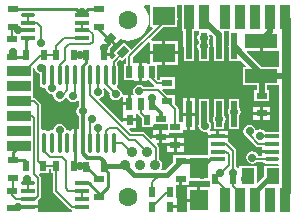
<source format=gtl>
G04*
G04 #@! TF.GenerationSoftware,Altium Limited,Altium Designer,18.0.12 (696)*
G04*
G04 Layer_Physical_Order=1*
G04 Layer_Color=255*
%FSAX24Y24*%
%MOIN*%
G70*
G01*
G75*
%ADD12C,0.0197*%
%ADD34R,0.0354X0.0787*%
%ADD35R,0.0787X0.0354*%
%ADD36R,0.0433X0.0551*%
%ADD37R,0.0236X0.0354*%
%ADD38R,0.0354X0.0236*%
G04:AMPARAMS|DCode=39|XSize=47.2mil|YSize=15.7mil|CornerRadius=5.5mil|HoleSize=0mil|Usage=FLASHONLY|Rotation=0.000|XOffset=0mil|YOffset=0mil|HoleType=Round|Shape=RoundedRectangle|*
%AMROUNDEDRECTD39*
21,1,0.0472,0.0047,0,0,0.0*
21,1,0.0362,0.0157,0,0,0.0*
1,1,0.0110,0.0181,-0.0024*
1,1,0.0110,-0.0181,-0.0024*
1,1,0.0110,-0.0181,0.0024*
1,1,0.0110,0.0181,0.0024*
%
%ADD39ROUNDEDRECTD39*%
%ADD40R,0.0472X0.0157*%
%ADD41R,0.0591X0.0709*%
%ADD42R,0.0197X0.0866*%
%ADD43R,0.1929X0.1161*%
%ADD44R,0.0236X0.0394*%
%ADD45R,0.0748X0.0610*%
%ADD46R,0.1063X0.0453*%
%ADD47O,0.0138X0.0709*%
G04:AMPARAMS|DCode=48|XSize=23.6mil|YSize=35.4mil|CornerRadius=0mil|HoleSize=0mil|Usage=FLASHONLY|Rotation=135.000|XOffset=0mil|YOffset=0mil|HoleType=Round|Shape=Rectangle|*
%AMROTATEDRECTD48*
4,1,4,0.0209,0.0042,-0.0042,-0.0209,-0.0209,-0.0042,0.0042,0.0209,0.0209,0.0042,0.0*
%
%ADD48ROTATEDRECTD48*%

%ADD49C,0.0100*%
%ADD50C,0.0070*%
%ADD51C,0.0138*%
%ADD52C,0.0150*%
%ADD53C,0.0300*%
%ADD54C,0.0354*%
%ADD55C,0.0276*%
%ADD56C,0.0630*%
%ADD57C,0.0157*%
G36*
X016690Y018074D02*
X016755D01*
X016774Y018028D01*
X016060Y017313D01*
X015813Y017560D01*
X015464Y017210D01*
X015531Y017143D01*
X015406Y017018D01*
X015356Y017039D01*
Y017090D01*
X015138D01*
Y017190D01*
X015356D01*
Y017363D01*
X015473Y017480D01*
X015319Y017634D01*
X015389Y017705D01*
X015544Y017551D01*
X015666Y017673D01*
X015679Y017666D01*
X015809Y017626D01*
X015945Y017613D01*
X016080Y017626D01*
X016211Y017666D01*
X016331Y017730D01*
X016436Y017816D01*
X016522Y017921D01*
X016586Y018041D01*
X016626Y018172D01*
X016639Y018307D01*
X016626Y018443D01*
X016586Y018573D01*
X016522Y018693D01*
X016475Y018750D01*
X016497Y018795D01*
X016690D01*
Y018074D01*
D02*
G37*
G36*
X017739Y017938D02*
X017789D01*
Y017431D01*
X017792Y017415D01*
Y016928D01*
X018129D01*
Y017415D01*
X018132Y017431D01*
Y017938D01*
X018233D01*
Y017938D01*
X018239Y017938D01*
X018288Y017935D01*
X018292Y017934D01*
Y017847D01*
X018263Y017804D01*
X018247Y017722D01*
X018263Y017641D01*
X018292Y017598D01*
Y017553D01*
X018265Y017512D01*
X018249Y017431D01*
X018265Y017350D01*
X018292Y017309D01*
Y016928D01*
X018629D01*
Y017309D01*
X018656Y017350D01*
X018672Y017431D01*
X018656Y017512D01*
X018629Y017553D01*
Y017603D01*
X018654Y017641D01*
X018671Y017722D01*
X018656Y017794D01*
X018685Y017817D01*
X018698Y017823D01*
X018789Y017732D01*
Y017431D01*
X018792Y017415D01*
Y016928D01*
X019129D01*
Y017415D01*
X019132Y017431D01*
Y017803D01*
X019129Y017820D01*
Y017934D01*
X019177Y017940D01*
X019245D01*
X019292Y017934D01*
Y017448D01*
X019289Y017431D01*
X019292Y017415D01*
Y016928D01*
X019629D01*
Y016954D01*
X019675Y016974D01*
X019873Y016776D01*
X019854Y016729D01*
X019784D01*
Y016137D01*
X020228D01*
Y015974D01*
X020152D01*
Y015597D01*
X020647D01*
Y015974D01*
X020571D01*
Y016137D01*
X020982D01*
Y014582D01*
X020508D01*
X020497Y014598D01*
X020429Y014644D01*
X020348Y014660D01*
X020267Y014644D01*
X020242Y014628D01*
X020196Y014647D01*
X020190Y014678D01*
X020144Y014746D01*
X020075Y014792D01*
X019994Y014808D01*
X019913Y014792D01*
X019844Y014746D01*
X019798Y014678D01*
X019782Y014596D01*
X019798Y014515D01*
X019844Y014447D01*
X019901Y014409D01*
X019918Y014383D01*
X020200Y014101D01*
X020200Y014101D01*
X020235Y014078D01*
X020276Y014070D01*
X020396D01*
Y013971D01*
X020732D01*
Y013871D01*
X020396D01*
Y013772D01*
X020292D01*
X020286Y013802D01*
X020240Y013870D01*
X020172Y013916D01*
X020091Y013932D01*
X020009Y013916D01*
X019941Y013870D01*
X019895Y013802D01*
X019879Y013720D01*
X019895Y013639D01*
X019941Y013571D01*
X020009Y013525D01*
X020091Y013509D01*
X020172Y013525D01*
X020222Y013558D01*
X020456D01*
X020461Y013552D01*
X020502Y013524D01*
X020551Y013514D01*
X020913D01*
X020928Y013517D01*
X020965Y013484D01*
X020951Y013442D01*
X020483D01*
Y013094D01*
X020276Y012887D01*
X020229Y012906D01*
Y013442D01*
X019656D01*
Y013371D01*
X019606Y013356D01*
X019605Y013358D01*
X019554Y013392D01*
Y013955D01*
X019546Y013996D01*
X019523Y014030D01*
X019300Y014253D01*
X019265Y014276D01*
X019265Y014276D01*
Y014383D01*
X018929D01*
X018593D01*
Y014254D01*
X018623D01*
Y013798D01*
X017940D01*
Y013792D01*
X017446D01*
Y013566D01*
X017176Y013296D01*
X017070D01*
X017047Y013340D01*
X017069Y013374D01*
X017089Y013470D01*
X017069Y013567D01*
X017015Y013649D01*
X016976Y013675D01*
Y014037D01*
X016976Y014037D01*
X016968Y014078D01*
X016944Y014112D01*
X016900Y014157D01*
X016919Y014203D01*
X016991D01*
Y014371D01*
X016764D01*
Y014358D01*
X016718Y014339D01*
X016513Y014544D01*
X016478Y014567D01*
X016437Y014576D01*
X016061D01*
X015982Y014655D01*
X016001Y014701D01*
X016214D01*
Y014928D01*
X015996D01*
X015778D01*
Y014924D01*
X015732Y014905D01*
X014984Y015653D01*
X014998Y015701D01*
X015022Y015706D01*
X015091Y015752D01*
X015137Y015820D01*
X015153Y015902D01*
X015137Y015983D01*
X015124Y016002D01*
X015136Y016024D01*
X015157Y016043D01*
X015183Y016037D01*
X015334Y015887D01*
X015324Y015837D01*
X015340Y015756D01*
X015386Y015687D01*
X015454Y015641D01*
X015535Y015625D01*
X015617Y015641D01*
X015685Y015687D01*
X015720Y015739D01*
X015770Y015724D01*
Y015556D01*
X015938D01*
Y015803D01*
X015792D01*
X015752Y015833D01*
X015746Y015843D01*
X015731Y015918D01*
X015685Y015986D01*
X015617Y016032D01*
X015589Y016038D01*
X015586Y016042D01*
X015570Y016092D01*
X015589Y016121D01*
X015600Y016175D01*
Y016746D01*
X015589Y016800D01*
X015566Y016836D01*
Y016875D01*
X015682Y016992D01*
X015730Y016944D01*
X015831Y017045D01*
X015881Y017025D01*
Y016836D01*
X015800D01*
Y016302D01*
X016144D01*
Y016272D01*
X016312D01*
Y016569D01*
Y016866D01*
X016144D01*
Y016866D01*
X016095Y016869D01*
Y017046D01*
X016614Y017565D01*
X016660Y017545D01*
Y017259D01*
X017084D01*
Y017614D01*
X016728D01*
X016709Y017660D01*
X017123Y018074D01*
X017578D01*
Y018251D01*
X017584Y018259D01*
X017600Y018341D01*
X017584Y018422D01*
X017578Y018430D01*
Y018795D01*
X017739D01*
Y017938D01*
D02*
G37*
G36*
X020436Y017288D02*
X020982D01*
Y016729D01*
X020405D01*
X019893Y017242D01*
X019912Y017288D01*
X020336D01*
Y017614D01*
X020436D01*
Y017288D01*
D02*
G37*
G36*
X012836Y016681D02*
X012837Y016680D01*
X012845Y016640D01*
X012891Y016572D01*
X012959Y016526D01*
X013014Y016515D01*
Y016175D01*
X013025Y016121D01*
X013055Y016075D01*
X013101Y016044D01*
X013156Y016034D01*
X013209Y015993D01*
X013216Y015959D01*
X013262Y015890D01*
X013330Y015844D01*
X013411Y015828D01*
X013452Y015785D01*
X013466Y015718D01*
X013512Y015649D01*
X013580Y015603D01*
X013661Y015587D01*
X013742Y015603D01*
X013811Y015649D01*
X013857Y015718D01*
X013857Y015718D01*
X013908D01*
X013913Y015696D01*
X013958Y015628D01*
X014027Y015582D01*
X014108Y015566D01*
X014189Y015582D01*
X014243Y015618D01*
X014293Y015597D01*
Y015422D01*
X014281Y015414D01*
X014235Y015345D01*
X014219Y015264D01*
X014235Y015183D01*
X014281Y015114D01*
X014293Y015106D01*
Y014688D01*
X014252Y014660D01*
X014243Y014661D01*
X014229Y014664D01*
Y014217D01*
X014129D01*
Y014664D01*
X014113Y014661D01*
X014057Y014624D01*
X013995Y014621D01*
X013977Y014633D01*
X013923Y014644D01*
X013870Y014684D01*
X013863Y014718D01*
X013817Y014787D01*
X013748Y014833D01*
X013667Y014849D01*
X013586Y014833D01*
X013518Y014787D01*
X013472Y014718D01*
X013465Y014684D01*
X013411Y014644D01*
X013357Y014633D01*
X013311Y014602D01*
X013308Y014598D01*
X013258D01*
X013256Y014602D01*
X013210Y014633D01*
X013156Y014644D01*
X013101Y014633D01*
X013101Y014633D01*
X013051Y014659D01*
Y015472D01*
X013043Y015512D01*
X013020Y015547D01*
X012889Y015678D01*
X012854Y015701D01*
X012813Y015709D01*
X012769D01*
Y015850D01*
X012769D01*
Y015855D01*
X012769D01*
Y016350D01*
X012769D01*
Y016355D01*
X012769D01*
Y016691D01*
X012782Y016701D01*
X012836Y016681D01*
D02*
G37*
G36*
X013369Y013190D02*
X013444D01*
Y012598D01*
X013452Y012557D01*
X013475Y012523D01*
X013985Y012013D01*
X013985Y012013D01*
X014020Y011990D01*
X014061Y011982D01*
X014067Y011976D01*
X014068Y011948D01*
X014037Y011913D01*
X012933D01*
Y012039D01*
X012596D01*
Y012139D01*
X012933D01*
Y012267D01*
X012933Y012267D01*
X012933D01*
X012933Y012267D01*
X012947Y012311D01*
X013013Y012378D01*
X013037Y012412D01*
X013045Y012453D01*
Y013039D01*
X013037Y013080D01*
X013013Y013114D01*
X012974Y013153D01*
X012993Y013200D01*
X013304D01*
Y013340D01*
X013369D01*
Y013190D01*
D02*
G37*
G36*
X017743Y012796D02*
X017970D01*
Y012950D01*
X018355D01*
X018419Y012937D01*
X018483Y012950D01*
X018668D01*
Y012782D01*
X018668Y012765D01*
X018626Y012746D01*
X018355D01*
Y012291D01*
X018305D01*
Y012241D01*
X017910D01*
Y011913D01*
X017559D01*
Y012039D01*
X017341D01*
Y012139D01*
X017559D01*
Y012366D01*
X017533D01*
Y012796D01*
X017643D01*
Y013014D01*
X017743D01*
Y012796D01*
D02*
G37*
%LPC*%
G36*
X017608Y017614D02*
X017184D01*
Y017259D01*
X017608D01*
Y017614D01*
D02*
G37*
G36*
X017084Y017159D02*
X016660D01*
Y016836D01*
X016580D01*
Y016866D01*
X016412D01*
Y016569D01*
Y016272D01*
X016580D01*
Y016302D01*
X016647D01*
X016661Y016283D01*
X016812Y016131D01*
X016809Y016113D01*
X016794Y016081D01*
X016474D01*
X016469Y016089D01*
X016400Y016135D01*
X016319Y016151D01*
X016238Y016135D01*
X016169Y016089D01*
X016123Y016020D01*
X016107Y015939D01*
X016123Y015858D01*
X016131Y015847D01*
X016107Y015803D01*
X016038D01*
Y015506D01*
X015988D01*
Y015456D01*
X015770D01*
Y015209D01*
X015778D01*
Y015028D01*
X015996D01*
X016214D01*
Y015166D01*
X016263Y015176D01*
X016286Y015141D01*
X016399Y015029D01*
Y014731D01*
X016775D01*
Y014782D01*
X016794Y014824D01*
X017276D01*
Y014639D01*
X017091D01*
Y014471D01*
X017319D01*
Y014542D01*
X017771D01*
Y014634D01*
X017911D01*
Y015117D01*
X017762D01*
Y014918D01*
X017631D01*
Y015339D01*
X017623Y015380D01*
X017599Y015414D01*
X017497Y015516D01*
Y015800D01*
X017253D01*
X017085Y015968D01*
X017104Y016015D01*
X017497D01*
Y016391D01*
X017003D01*
Y016310D01*
X016936D01*
X016924Y016322D01*
Y016804D01*
X017084D01*
Y017159D01*
D02*
G37*
G36*
X017608D02*
X017184D01*
Y016804D01*
X017608D01*
Y017159D01*
D02*
G37*
G36*
X020677Y015413D02*
X020450D01*
Y015245D01*
X020677D01*
Y015413D01*
D02*
G37*
G36*
X020350D02*
X020122D01*
Y015245D01*
X020350D01*
Y015413D01*
D02*
G37*
G36*
X018159Y015700D02*
X018011D01*
Y015217D01*
X018159D01*
Y015700D01*
D02*
G37*
G36*
X017911D02*
X017762D01*
Y015217D01*
X017911D01*
Y015700D01*
D02*
G37*
G36*
X020677Y015145D02*
X020450D01*
Y014977D01*
X020677D01*
Y015145D01*
D02*
G37*
G36*
X020350D02*
X020122D01*
Y014977D01*
X020350D01*
Y015145D01*
D02*
G37*
G36*
X019629Y015670D02*
X019292D01*
Y015330D01*
X019290Y015327D01*
X019274Y015246D01*
X019290Y015165D01*
X019292Y015162D01*
Y014664D01*
X019629D01*
Y015092D01*
X019636Y015096D01*
X019682Y015165D01*
X019698Y015246D01*
X019682Y015327D01*
X019636Y015396D01*
X019629Y015401D01*
Y015670D01*
D02*
G37*
G36*
X019129D02*
X018792D01*
Y015085D01*
X018789Y015079D01*
X018772Y014998D01*
X018789Y014917D01*
X018792Y014911D01*
Y014664D01*
X019129D01*
Y014845D01*
X019134Y014848D01*
X019180Y014917D01*
X019196Y014998D01*
X019180Y015079D01*
X019134Y015148D01*
X019129Y015151D01*
Y015670D01*
D02*
G37*
G36*
X018159Y015117D02*
X018011D01*
Y014634D01*
X018159D01*
Y015117D01*
D02*
G37*
G36*
X019265Y014612D02*
X018979D01*
Y014483D01*
X019265D01*
Y014612D01*
D02*
G37*
G36*
X018629Y015670D02*
X018292D01*
Y014830D01*
X018284Y014789D01*
X018292Y014749D01*
Y014664D01*
X018330D01*
X018346Y014640D01*
X018415Y014594D01*
X018496Y014577D01*
X018543Y014587D01*
X018593Y014549D01*
Y014483D01*
X018879D01*
Y014612D01*
X018687D01*
X018661Y014662D01*
X018692Y014708D01*
X018708Y014789D01*
X018692Y014870D01*
X018646Y014939D01*
X018629Y014950D01*
Y015670D01*
D02*
G37*
G36*
X016991Y014639D02*
X016764D01*
Y014471D01*
X016991D01*
Y014639D01*
D02*
G37*
G36*
X017801Y014358D02*
X017574D01*
Y014190D01*
X017801D01*
Y014358D01*
D02*
G37*
G36*
X017319Y014371D02*
X017091D01*
Y014203D01*
X017246D01*
Y014190D01*
X017474D01*
Y014358D01*
X017319D01*
Y014371D01*
D02*
G37*
G36*
X017801Y014090D02*
X017574D01*
Y013922D01*
X017801D01*
Y014090D01*
D02*
G37*
G36*
X017474D02*
X017246D01*
Y013922D01*
X017474D01*
Y014090D01*
D02*
G37*
G36*
X018255Y012746D02*
X017910D01*
Y012341D01*
X018255D01*
Y012746D01*
D02*
G37*
%LPD*%
D12*
X015138Y017370D02*
X015142Y017374D01*
X015138Y017140D02*
Y017370D01*
X020679Y017907D02*
Y018404D01*
X020386Y017614D02*
X020679Y017907D01*
X020386Y016433D02*
X020400Y016419D01*
Y015785D02*
Y016419D01*
X021169Y016433D02*
X021206Y016470D01*
X020386Y016433D02*
X021169D01*
X020386D02*
Y016506D01*
X019461Y017431D02*
X020386Y016506D01*
X017961Y018376D02*
X017986Y018402D01*
X017961Y017431D02*
Y018376D01*
X018961Y017431D02*
Y017803D01*
X018486Y018278D02*
X018961Y017803D01*
X018486Y018278D02*
Y018402D01*
D34*
X017986D02*
D03*
X018486D02*
D03*
X019179Y018404D02*
D03*
X019679D02*
D03*
X021179D02*
D03*
X020679D02*
D03*
X020179D02*
D03*
X019179Y012305D02*
D03*
X019679D02*
D03*
X021179D02*
D03*
X020679D02*
D03*
X020179D02*
D03*
D35*
X012305Y016102D02*
D03*
Y015602D02*
D03*
Y014102D02*
D03*
Y014602D02*
D03*
Y015102D02*
D03*
Y016602D02*
D03*
D36*
X019943Y013096D02*
D03*
X020770D02*
D03*
D37*
X013116Y013447D02*
D03*
X012526D02*
D03*
X017344Y012585D02*
D03*
X016754D02*
D03*
X017341Y012089D02*
D03*
X016750D02*
D03*
X014148Y013437D02*
D03*
X013557D02*
D03*
X013547Y017142D02*
D03*
X014138D02*
D03*
X015996Y014978D02*
D03*
X016587D02*
D03*
X012537Y017142D02*
D03*
X013128D02*
D03*
X019447Y013012D02*
D03*
X018856D02*
D03*
X015134Y013390D02*
D03*
X014543D02*
D03*
X015138Y017140D02*
D03*
X014547D02*
D03*
D38*
X012096Y013039D02*
D03*
Y013630D02*
D03*
X017693Y013014D02*
D03*
Y013604D02*
D03*
X014963Y012994D02*
D03*
Y012404D02*
D03*
X012089Y012030D02*
D03*
Y012620D02*
D03*
X017041Y014421D02*
D03*
Y015012D02*
D03*
X017250Y015612D02*
D03*
Y016203D02*
D03*
X012096Y018077D02*
D03*
Y018667D02*
D03*
X017524Y014140D02*
D03*
Y014730D02*
D03*
X020400Y015195D02*
D03*
Y015785D02*
D03*
X014972Y018089D02*
D03*
Y018679D02*
D03*
X012091Y017075D02*
D03*
Y017665D02*
D03*
D39*
X012596Y012856D02*
D03*
X012614Y018472D02*
D03*
X020732Y013665D02*
D03*
D40*
X012596Y012600D02*
D03*
Y012344D02*
D03*
Y012089D02*
D03*
X014400D02*
D03*
Y012344D02*
D03*
Y012600D02*
D03*
Y012856D02*
D03*
X012614Y018217D02*
D03*
Y017961D02*
D03*
Y017705D02*
D03*
X014417D02*
D03*
Y017961D02*
D03*
Y018217D02*
D03*
Y018472D02*
D03*
X020732Y013921D02*
D03*
Y014177D02*
D03*
Y014433D02*
D03*
X018929D02*
D03*
Y014177D02*
D03*
Y013921D02*
D03*
Y013665D02*
D03*
D41*
X018305Y012291D02*
D03*
Y013374D02*
D03*
D42*
X017961Y015167D02*
D03*
X019461D02*
D03*
X018461D02*
D03*
X018961D02*
D03*
X017961Y017431D02*
D03*
X019461D02*
D03*
X018461D02*
D03*
X018961D02*
D03*
D43*
X018711Y016299D02*
D03*
D44*
X016736Y016569D02*
D03*
X016362D02*
D03*
X015988D02*
D03*
X016736Y015506D02*
D03*
X016362D02*
D03*
X015988D02*
D03*
D45*
X017134Y018449D02*
D03*
Y017209D02*
D03*
D46*
X020386Y017614D02*
D03*
Y016433D02*
D03*
D47*
X013156Y014217D02*
D03*
X013411D02*
D03*
X013667D02*
D03*
X013923D02*
D03*
X014179D02*
D03*
X014435D02*
D03*
X014691D02*
D03*
X014947D02*
D03*
X015203D02*
D03*
X015459D02*
D03*
X013156Y016461D02*
D03*
X013411D02*
D03*
X013667D02*
D03*
X013923D02*
D03*
X014179D02*
D03*
X014435D02*
D03*
X014691D02*
D03*
X014947D02*
D03*
X015203D02*
D03*
X015459D02*
D03*
D48*
X015354Y017670D02*
D03*
X015772Y017252D02*
D03*
D49*
X015354Y017586D02*
Y017670D01*
X015142Y017374D02*
X015354Y017586D01*
X012096Y018671D02*
X014219D01*
X014417Y018472D01*
X014624Y018679D01*
X014138Y017142D02*
X014545D01*
Y016894D02*
Y017142D01*
X015211Y013274D02*
Y013433D01*
Y013274D02*
X015260Y013224D01*
Y012738D02*
Y013224D01*
X014972Y017998D02*
X015256Y017715D01*
X014972Y017998D02*
Y018089D01*
X014435Y016783D02*
X014545Y016894D01*
X014435Y016461D02*
Y016783D01*
X014963Y012441D02*
Y012522D01*
Y012411D02*
Y012441D01*
X015260Y012738D01*
X012537Y017142D02*
Y017628D01*
X012614Y017705D01*
X014620Y013344D02*
X014963Y013002D01*
X014620Y013344D02*
Y013433D01*
X014616Y013437D02*
X014620Y013433D01*
X014148Y013437D02*
X014616D01*
X014148D02*
X014179Y013469D01*
Y014217D01*
X014628Y012856D02*
X014963Y012522D01*
X014400Y012856D02*
X014628D01*
X012470Y017075D02*
X012537Y017142D01*
X012091Y017075D02*
X012470D01*
X012096Y013894D02*
X012305Y014102D01*
X012096Y013630D02*
Y013894D01*
X012148Y012089D02*
X012596D01*
X012089Y012030D02*
X012148Y012089D01*
X012476Y013630D02*
X012537Y013569D01*
X012096Y013630D02*
X012476D01*
X014624Y018679D02*
X014925D01*
X012096Y018667D02*
Y018671D01*
D50*
X015459Y016919D02*
X015782Y017242D01*
X015459Y016461D02*
Y016919D01*
X015988Y017091D02*
X017081Y018183D01*
X016354Y015974D02*
X016928D01*
X016319Y015939D02*
X016354Y015974D01*
X016928D02*
X017270Y015632D01*
X016892Y016203D02*
X017250D01*
X016736Y016358D02*
X016892Y016203D01*
X014108Y015839D02*
X014179Y015909D01*
X014108Y015778D02*
Y015839D01*
X013923Y015959D02*
Y016461D01*
X013764Y015799D02*
X013923Y015959D01*
X013661Y015799D02*
X013764D01*
X014179Y015909D02*
Y016461D01*
X014691Y014217D02*
Y014939D01*
X014752Y015000D01*
X014947Y014217D02*
Y014703D01*
X014949Y014705D01*
X014941Y015902D02*
X014947Y015907D01*
Y016461D01*
X015203Y016169D02*
X015535Y015837D01*
X015203Y016169D02*
Y016461D01*
X017250Y015612D02*
X017270Y015632D01*
X014691Y015794D02*
Y016461D01*
Y015794D02*
X016017Y014468D01*
X016437D01*
X016869Y014037D01*
Y013503D02*
Y014037D01*
X016837Y013470D02*
X016869Y013503D01*
X016191Y014299D02*
X016587Y013904D01*
X015988Y014299D02*
X016191D01*
X015585Y014703D02*
X015988Y014299D01*
X015303Y014703D02*
X015585D01*
X017524Y014730D02*
Y015339D01*
X017250Y015612D02*
X017524Y015339D01*
X016362Y015217D02*
X016602Y014976D01*
X016362Y015217D02*
Y015506D01*
X016736Y016358D02*
Y016569D01*
X015988D02*
Y017091D01*
X020276Y014177D02*
X020732D01*
X019994Y014459D02*
Y014596D01*
Y014459D02*
X020276Y014177D01*
X020348Y014449D02*
X020363Y014433D01*
X020732D01*
X020091Y013720D02*
X020146Y013665D01*
X020732D01*
X019447Y013012D02*
Y013955D01*
X019224Y014177D02*
X019447Y013955D01*
X018929Y014177D02*
X019224D01*
X016754Y012910D02*
X016992Y013148D01*
X016754Y012585D02*
Y012910D01*
X017246Y012585D02*
X017344D01*
X016750Y012089D02*
X017246Y012585D01*
X015752Y014217D02*
X016089Y013880D01*
X015459Y014217D02*
X015752D01*
X018856Y013012D02*
X019307Y013462D01*
Y013837D01*
X019222Y013921D02*
X019307Y013837D01*
X018929Y013921D02*
X019222D01*
X019447Y012781D02*
Y013012D01*
Y012781D02*
X019679Y012549D01*
Y012305D02*
Y012549D01*
X018856Y013012D02*
X019179Y012689D01*
Y012305D02*
Y012689D01*
X015203Y014602D02*
X015303Y014703D01*
X015203Y014217D02*
Y014602D01*
X017382Y012699D02*
X017392Y012689D01*
X012614Y018217D02*
Y018472D01*
Y018217D02*
X012911D01*
X013047Y018081D01*
Y017528D02*
Y018081D01*
X013032Y017142D02*
X013128D01*
X012492Y016602D02*
X013032Y017142D01*
X012305Y016602D02*
X012492D01*
X013740Y013740D02*
X013862Y013618D01*
Y012695D02*
Y013618D01*
X014417Y017961D02*
X014625D01*
X014759Y017827D01*
Y017574D02*
Y017827D01*
X014677Y017492D02*
X014759Y017574D01*
X013965Y017492D02*
X014677D01*
X013831Y017358D02*
X013965Y017492D01*
X013831Y016957D02*
Y017358D01*
X013667Y016793D02*
X013831Y016957D01*
X013667Y016461D02*
Y016793D01*
X012091Y017665D02*
Y018071D01*
X012096Y018077D02*
X012209D01*
X013957Y012600D02*
X014400D01*
X013862Y012695D02*
X013957Y012600D01*
X013356Y013740D02*
X013740D01*
X013156Y013941D02*
X013356Y013740D01*
X013156Y013941D02*
Y014217D01*
X013547Y013447D02*
X013557Y013437D01*
X013116Y013447D02*
X013547D01*
X012944Y013619D02*
X013116Y013447D01*
X014061Y012089D02*
X014400D01*
X013551Y012598D02*
X014061Y012089D01*
X013551Y012598D02*
Y013327D01*
X012804Y013173D02*
Y015037D01*
X012305Y015602D02*
X012813D01*
X012944Y015472D01*
Y013619D02*
Y015472D01*
X012305Y015102D02*
X012738D01*
X012804Y015037D01*
Y013173D02*
X012938Y013039D01*
Y012453D02*
Y013039D01*
X012829Y012344D02*
X012938Y012453D01*
X012596Y012344D02*
X012829D01*
X014400D02*
Y012600D01*
X012219Y012344D02*
X012596D01*
X012089Y012474D02*
X012219Y012344D01*
X012089Y012474D02*
Y012620D01*
X012096Y012628D01*
Y013039D01*
X012596Y012600D02*
Y012856D01*
X013128Y017142D02*
X013547D01*
Y017437D01*
X013815Y017705D01*
X014417D01*
Y017961D02*
Y018217D01*
X012091Y018071D02*
X012096Y018077D01*
D51*
X014435Y014217D02*
Y016461D01*
X017041Y015012D02*
Y015201D01*
X016736Y015506D02*
X017041Y015201D01*
X018709Y013665D02*
X018929D01*
X018581Y013537D02*
X018709Y013665D01*
X018469Y013537D02*
X018581D01*
X018305Y013374D02*
X018469Y013537D01*
X014435Y013868D02*
Y014217D01*
X015134Y013390D02*
Y013591D01*
X015012Y013712D02*
X015134Y013591D01*
X014591Y013712D02*
X015012D01*
X014435Y013868D02*
X014591Y013712D01*
D52*
X015205Y013437D02*
X015856D01*
X016144Y013148D01*
X016992D01*
X017237D01*
X018075Y013604D02*
X018305Y013374D01*
X017693Y013604D02*
X018075D01*
X017237Y013148D02*
X017693Y013604D01*
X020179Y012305D02*
Y012581D01*
X020695Y013096D02*
X020770D01*
X020179Y012581D02*
X020695Y013096D01*
D53*
X021206Y016470D02*
Y018339D01*
Y012563D02*
Y016470D01*
X021179Y012536D02*
X021206Y012563D01*
X021179Y012305D02*
Y012536D01*
D54*
X015837Y013470D02*
D03*
X016337D02*
D03*
X016837D02*
D03*
X016087Y013904D02*
D03*
X016587D02*
D03*
X018419Y013189D02*
D03*
X019864Y012998D02*
D03*
X020175Y018191D02*
D03*
X020177Y012522D02*
D03*
X020677Y012447D02*
D03*
X020681Y012098D02*
D03*
Y018270D02*
D03*
X020679Y018620D02*
D03*
D55*
X017104Y018352D02*
D03*
X017388Y018341D02*
D03*
X018461Y017431D02*
D03*
X015142Y017374D02*
D03*
X017754Y012213D02*
D03*
X017756Y012561D02*
D03*
X012264Y012061D02*
D03*
X016734Y015697D02*
D03*
X014431Y015264D02*
D03*
X014344Y013431D02*
D03*
X014413Y018563D02*
D03*
X014335Y017146D02*
D03*
X016319Y015939D02*
D03*
X013411Y016040D02*
D03*
X014108Y015778D02*
D03*
X013661Y015799D02*
D03*
X014752Y015000D02*
D03*
X014949Y014705D02*
D03*
X014941Y015902D02*
D03*
X015535Y015837D02*
D03*
X019486Y015246D02*
D03*
X018984Y014998D02*
D03*
X018496Y014789D02*
D03*
X019994Y014596D02*
D03*
X020348Y014449D02*
D03*
X020091Y013720D02*
D03*
X018459Y017722D02*
D03*
X019000Y013201D02*
D03*
X019455Y013209D02*
D03*
X012102Y017227D02*
D03*
X012550Y014101D02*
D03*
X019673Y018150D02*
D03*
X019177Y018154D02*
D03*
X013047Y017528D02*
D03*
X013040Y016721D02*
D03*
X012261Y017961D02*
D03*
X013667Y014637D02*
D03*
X012582Y012991D02*
D03*
X012552Y014599D02*
D03*
X012555Y016107D02*
D03*
D56*
X015945Y012402D02*
D03*
Y018307D02*
D03*
D57*
X018199Y016043D02*
D03*
X018711D02*
D03*
X019222D02*
D03*
X018711Y016555D02*
D03*
X018199D02*
D03*
X019222D02*
D03*
M02*

</source>
